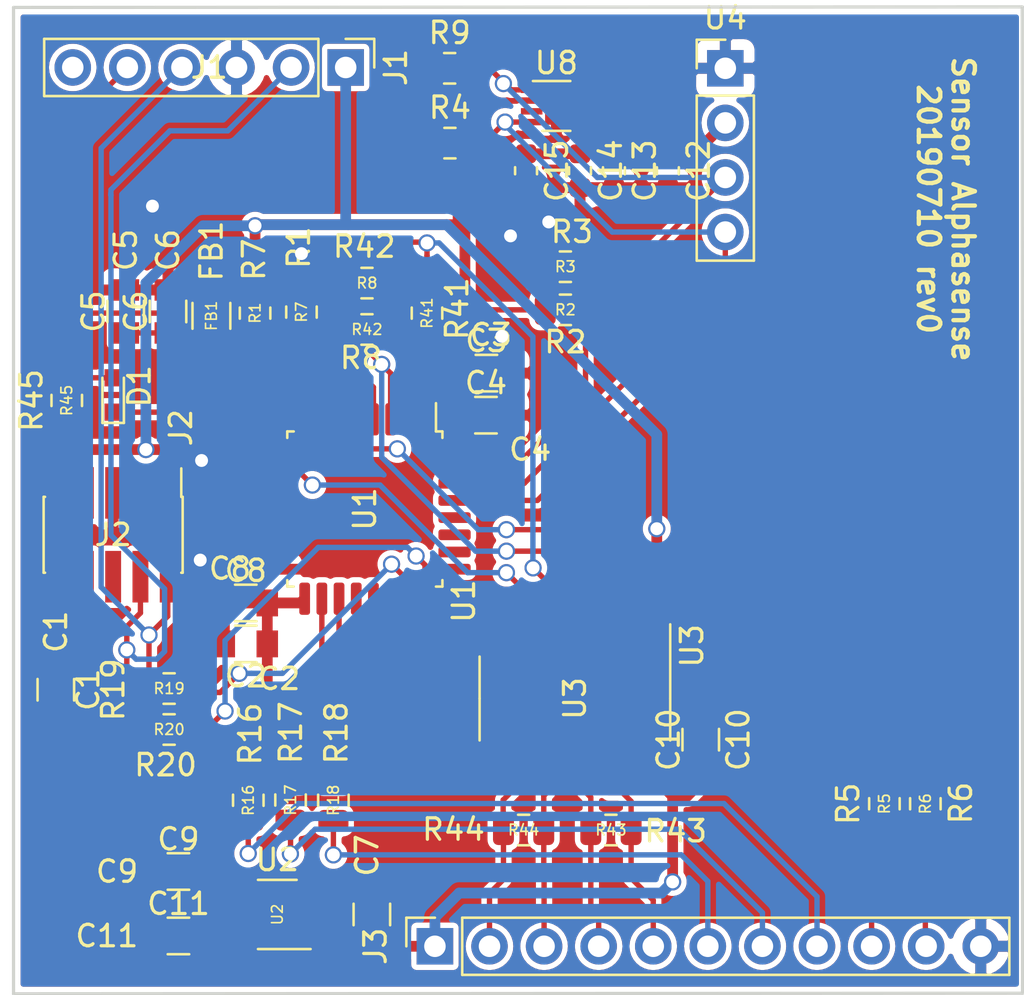
<source format=kicad_pcb>
(kicad_pcb (version 20171130) (host pcbnew "(5.1.2-1)-1")
  (layers (0 F.Cu signal) (31 B.Cu signal) (34 B.Paste user hide) (35 F.Paste user hide) (36 B.SilkS user hide) (37 F.SilkS user) (38 B.Mask user) (39 F.Mask user) (44 Edge.Cuts user))
  (net 0 "")
  (net 1 GND)
  (net 2 +3V3)
  (net 3 "Net-(C5-Pad1)")
  (net 4 +5V)
  (net 5 "Net-(C9-Pad2)")
  (net 6 "Net-(D1-Pad1)")
  (net 7 "Net-(D1-Pad2)")
  (net 8 /SWDIO)
  (net 9 /SWCLK)
  (net 10 /NRST)
  (net 11 /CP0)
  (net 12 /Main_Connection/RS485_Y)
  (net 13 /Main_Connection/RS485_A)
  (net 14 /Adr1)
  (net 15 /CP1)
  (net 16 /Main_Connection/RS485_Z)
  (net 17 /Main_Connection/RS485_B)
  (net 18 /Adr0)
  (net 19 /Adr2)
  (net 20 "Net-(R2-Pad2)")
  (net 21 "Net-(R5-Pad1)")
  (net 22 "Net-(R6-Pad1)")
  (net 23 "Net-(R16-Pad2)")
  (net 24 "Net-(R17-Pad2)")
  (net 25 "Net-(R18-Pad2)")
  (net 26 "Net-(R19-Pad2)")
  (net 27 "Net-(R20-Pad2)")
  (net 28 "Net-(R41-Pad2)")
  (net 29 /LPUART1_DE)
  (net 30 /LPUART1_RE)
  (net 31 /LPUART1_RX)
  (net 32 /LPUART1_TX)
  (net 33 /I2C_SCL)
  (net 34 /I2C_SDA)
  (module Connector_PinHeader_2.54mm:PinHeader_1x06_P2.54mm_Vertical (layer F.Cu) (at 102.7684 76.454 270)
    (fp_text reference J1 (at 0 -2.33 90) (layer F.SilkS))
    (fp_text value Conn_01x06_Male)
    (fp_text user %R (at 0 6.35) (layer F.SilkS))
    (pad 6 thru_hole oval (at 0 12.7 270) (size 1.7 1.7) (drill 1) (layers *.Cu *.Mask))
    (pad 5 thru_hole oval (at 0 10.16 270) (size 1.7 1.7) (drill 1) (layers *.Cu *.Mask) (net 10 /NRST))
    (pad 4 thru_hole oval (at 0 7.62 270) (size 1.7 1.7) (drill 1) (layers *.Cu *.Mask) (net 8 /SWDIO))
    (pad 3 thru_hole oval (at 0 5.08 270) (size 1.7 1.7) (drill 1) (layers *.Cu *.Mask) (net 1 GND))
    (pad 2 thru_hole oval (at 0 2.54 270) (size 1.7 1.7) (drill 1) (layers *.Cu *.Mask) (net 9 /SWCLK))
    (pad 1 thru_hole rect (at 0 0 270) (size 1.7 1.7) (drill 1) (layers *.Cu *.Mask) (net 2 +3V3))
  )
  (module Connector_PinHeader_1.27mm:PinHeader_2x05_P1.27mm_Vertical_SMD (layer F.Cu) (at 91.948 98.2 270)
    (fp_text reference J2 (at -4.982 -3.1496 90) (layer F.SilkS))
    (fp_text value Conn_ARM_JTAG_SWD_10)
    (fp_text user %R (at 0 0 180) (layer F.SilkS))
    (pad 10 smd rect (at 1.95 2.54 270) (size 2.4 0.74) (layers F.Cu F.Paste F.Mask) (net 10 /NRST))
    (pad 9 smd rect (at -1.95 2.54 270) (size 2.4 0.74) (layers F.Cu F.Paste F.Mask) (net 1 GND))
    (pad 8 smd rect (at 1.95 1.27 270) (size 2.4 0.74) (layers F.Cu F.Paste F.Mask))
    (pad 7 smd rect (at -1.95 1.27 270) (size 2.4 0.74) (layers F.Cu F.Paste F.Mask))
    (pad 6 smd rect (at 1.95 0 270) (size 2.4 0.74) (layers F.Cu F.Paste F.Mask))
    (pad 5 smd rect (at -1.95 0 270) (size 2.4 0.74) (layers F.Cu F.Paste F.Mask) (net 1 GND))
    (pad 4 smd rect (at 1.95 -1.27 270) (size 2.4 0.74) (layers F.Cu F.Paste F.Mask) (net 9 /SWCLK))
    (pad 3 smd rect (at -1.95 -1.27 270) (size 2.4 0.74) (layers F.Cu F.Paste F.Mask) (net 1 GND))
    (pad 2 smd rect (at 1.95 -2.54 270) (size 2.4 0.74) (layers F.Cu F.Paste F.Mask) (net 8 /SWDIO))
    (pad 1 smd rect (at -1.95 -2.54 270) (size 2.4 0.74) (layers F.Cu F.Paste F.Mask) (net 2 +3V3))
  )
  (module Resistor_SMD:R_0805_2012Metric (layer F.Cu) (at 89.789 91.948 90)
    (fp_text reference R45 (at 0 -1.65 90) (layer F.SilkS))
    (fp_text value 480R)
    (fp_text user %R (at 0 0 90) (layer F.SilkS) (effects (font (size 0.5 0.5) (thickness 0.08))))
    (pad 2 smd roundrect (at 0.9375 0 90) (size 0.975 1.4) (layers F.Cu F.Paste F.Mask) (net 7 "Net-(D1-Pad2)"))
    (pad 1 smd roundrect (at -0.9375 0 90) (size 0.975 1.4) (layers F.Cu F.Paste F.Mask) (net 2 +3V3))
  )
  (module Resistor_SMD:R_0805_2012Metric (layer F.Cu) (at 111.0488 111.9378)
    (fp_text reference R44 (at -3.2639 -0.0254) (layer F.SilkS))
    (fp_text value 120R)
    (fp_text user %R (at 0 0) (layer F.SilkS) (effects (font (size 0.5 0.5) (thickness 0.08))))
    (pad 2 smd roundrect (at 0.9375 0) (size 0.975 1.4) (layers F.Cu F.Paste F.Mask) (net 17 /Main_Connection/RS485_B))
    (pad 1 smd roundrect (at -0.9375 0) (size 0.975 1.4) (layers F.Cu F.Paste F.Mask) (net 13 /Main_Connection/RS485_A))
  )
  (module Resistor_SMD:R_0805_2012Metric (layer F.Cu) (at 115.1128 111.9378 180)
    (fp_text reference R43 (at -3.0099 -0.0508) (layer F.SilkS))
    (fp_text value 120R)
    (fp_text user %R (at 0 0) (layer F.SilkS) (effects (font (size 0.5 0.5) (thickness 0.08))))
    (pad 2 smd roundrect (at 0.9375 0 180) (size 0.975 1.4) (layers F.Cu F.Paste F.Mask) (net 16 /Main_Connection/RS485_Z))
    (pad 1 smd roundrect (at -0.9375 0 180) (size 0.975 1.4) (layers F.Cu F.Paste F.Mask) (net 12 /Main_Connection/RS485_Y))
  )
  (module Resistor_SMD:R_0805_2012Metric (layer F.Cu) (at 103.759 88.646)
    (fp_text reference R42 (at -0.127 -3.8608) (layer F.SilkS))
    (fp_text value DNP)
    (fp_text user %R (at 0 0) (layer F.SilkS) (effects (font (size 0.5 0.5) (thickness 0.08))))
    (pad 2 smd roundrect (at 0.9375 0) (size 0.975 1.4) (layers F.Cu F.Paste F.Mask) (net 28 "Net-(R41-Pad2)"))
    (pad 1 smd roundrect (at -0.9375 0) (size 0.975 1.4) (layers F.Cu F.Paste F.Mask) (net 29 /LPUART1_DE))
  )
  (module Resistor_SMD:R_0805_2012Metric (layer F.Cu) (at 106.553 87.884 90)
    (fp_text reference R41 (at 0.2032 1.397 90) (layer F.SilkS))
    (fp_text value DNP)
    (fp_text user %R (at 0 0 90) (layer F.SilkS) (effects (font (size 0.5 0.5) (thickness 0.08))))
    (pad 2 smd roundrect (at 0.9375 0 90) (size 0.975 1.4) (layers F.Cu F.Paste F.Mask) (net 28 "Net-(R41-Pad2)"))
    (pad 1 smd roundrect (at -0.9375 0 90) (size 0.975 1.4) (layers F.Cu F.Paste F.Mask) (net 30 /LPUART1_RE))
  )
  (module Resistor_SMD:R_0805_2012Metric (layer F.Cu) (at 94.55325 107.2595)
    (fp_text reference R20 (at -0.16685 1.6557) (layer F.SilkS))
    (fp_text value 22R)
    (fp_text user %R (at 0 0) (layer F.SilkS) (effects (font (size 0.5 0.5) (thickness 0.08))))
    (pad 2 smd roundrect (at 0.9375 0) (size 0.975 1.4) (layers F.Cu F.Paste F.Mask) (net 27 "Net-(R20-Pad2)"))
    (pad 1 smd roundrect (at -0.9375 0) (size 0.975 1.4) (layers F.Cu F.Paste F.Mask) (net 9 /SWCLK))
  )
  (module Resistor_SMD:R_0805_2012Metric (layer F.Cu) (at 94.55325 105.3545)
    (fp_text reference R19 (at -2.60525 0.0555 90) (layer F.SilkS))
    (fp_text value 22R)
    (fp_text user %R (at 0 0) (layer F.SilkS) (effects (font (size 0.5 0.5) (thickness 0.08))))
    (pad 2 smd roundrect (at 0.9375 0) (size 0.975 1.4) (layers F.Cu F.Paste F.Mask) (net 26 "Net-(R19-Pad2)"))
    (pad 1 smd roundrect (at -0.9375 0) (size 0.975 1.4) (layers F.Cu F.Paste F.Mask) (net 8 /SWDIO))
  )
  (module Resistor_SMD:R_0805_2012Metric (layer F.Cu) (at 102.1969 110.5535 90)
    (fp_text reference R18 (at 3.13575 0.1371 90) (layer F.SilkS))
    (fp_text value 100R)
    (fp_text user %R (at 0 0 90) (layer F.SilkS) (effects (font (size 0.5 0.5) (thickness 0.08))))
    (pad 2 smd roundrect (at 0.9375 0 90) (size 0.975 1.4) (layers F.Cu F.Paste F.Mask) (net 25 "Net-(R18-Pad2)"))
    (pad 1 smd roundrect (at -0.9375 0 90) (size 0.975 1.4) (layers F.Cu F.Paste F.Mask) (net 19 /Adr2))
  )
  (module Resistor_SMD:R_0805_2012Metric (layer F.Cu) (at 100.203 110.5408 90)
    (fp_text reference R17 (at 3.13575 0.0101 90) (layer F.SilkS))
    (fp_text value 100R)
    (fp_text user %R (at 0 0 90) (layer F.SilkS) (effects (font (size 0.5 0.5) (thickness 0.08))))
    (pad 2 smd roundrect (at 0.9375 0 90) (size 0.975 1.4) (layers F.Cu F.Paste F.Mask) (net 24 "Net-(R17-Pad2)"))
    (pad 1 smd roundrect (at -0.9375 0 90) (size 0.975 1.4) (layers F.Cu F.Paste F.Mask) (net 14 /Adr1))
  )
  (module Resistor_SMD:R_0805_2012Metric (layer F.Cu) (at 98.2371 110.55235 90)
    (fp_text reference R16 (at 3.08495 0.0863 90) (layer F.SilkS))
    (fp_text value 100R)
    (fp_text user %R (at 0 0 90) (layer F.SilkS) (effects (font (size 0.5 0.5) (thickness 0.08))))
    (pad 2 smd roundrect (at 0.9375 0 90) (size 0.975 1.4) (layers F.Cu F.Paste F.Mask) (net 23 "Net-(R16-Pad2)"))
    (pad 1 smd roundrect (at -0.9375 0 90) (size 0.975 1.4) (layers F.Cu F.Paste F.Mask) (net 18 /Adr0))
  )
  (module Resistor_SMD:R_0805_2012Metric (layer F.Cu) (at 103.759 86.487 180)
    (fp_text reference R8 (at 0.2794 -3.4798) (layer F.SilkS))
    (fp_text value 10k)
    (fp_text user %R (at 0 0) (layer F.SilkS) (effects (font (size 0.5 0.5) (thickness 0.08))))
    (pad 2 smd roundrect (at 0.9375 0 180) (size 0.975 1.4) (layers F.Cu F.Paste F.Mask) (net 1 GND))
    (pad 1 smd roundrect (at -0.9375 0 180) (size 0.975 1.4) (layers F.Cu F.Paste F.Mask) (net 28 "Net-(R41-Pad2)"))
  )
  (module Resistor_SMD:R_0805_2012Metric (layer F.Cu) (at 100.711 87.8355 90)
    (fp_text reference R7 (at 2.4407 -2.2098 90) (layer F.SilkS))
    (fp_text value 10k)
    (fp_text user %R (at 0 0 90) (layer F.SilkS) (effects (font (size 0.5 0.5) (thickness 0.08))))
    (pad 2 smd roundrect (at 0.9375 0 90) (size 0.975 1.4) (layers F.Cu F.Paste F.Mask) (net 1 GND))
    (pad 1 smd roundrect (at -0.9375 0 90) (size 0.975 1.4) (layers F.Cu F.Paste F.Mask) (net 29 /LPUART1_DE))
  )
  (module Resistor_SMD:R_0805_2012Metric (layer F.Cu) (at 129.7428 110.71505 270)
    (fp_text reference R6 (at -0.03455 -1.65 90) (layer F.SilkS))
    (fp_text value 22R)
    (fp_text user %R (at 0 0 90) (layer F.SilkS) (effects (font (size 0.5 0.5) (thickness 0.08))))
    (pad 2 smd roundrect (at 0.9375 0 270) (size 0.975 1.4) (layers F.Cu F.Paste F.Mask) (net 15 /CP1))
    (pad 1 smd roundrect (at -0.9375 0 270) (size 0.975 1.4) (layers F.Cu F.Paste F.Mask) (net 22 "Net-(R6-Pad1)"))
  )
  (module Resistor_SMD:R_0805_2012Metric (layer F.Cu) (at 127.8378 110.71505 270)
    (fp_text reference R5 (at 0 1.6887 90) (layer F.SilkS))
    (fp_text value 22R)
    (fp_text user %R (at 0 0 90) (layer F.SilkS) (effects (font (size 0.5 0.5) (thickness 0.08))))
    (pad 2 smd roundrect (at 0.9375 0 270) (size 0.975 1.4) (layers F.Cu F.Paste F.Mask) (net 11 /CP0))
    (pad 1 smd roundrect (at -0.9375 0 270) (size 0.975 1.4) (layers F.Cu F.Paste F.Mask) (net 21 "Net-(R5-Pad1)"))
  )
  (module Resistor_SMD:R_0805_2012Metric (layer F.Cu) (at 112.9919 85.725 180)
    (fp_text reference R3 (at -0.3048 1.6256) (layer F.SilkS))
    (fp_text value 10k)
    (fp_text user %R (at 0 0) (layer F.SilkS) (effects (font (size 0.5 0.5) (thickness 0.08))))
    (pad 2 smd roundrect (at 0.9375 0 180) (size 0.975 1.4) (layers F.Cu F.Paste F.Mask) (net 1 GND))
    (pad 1 smd roundrect (at -0.9375 0 180) (size 0.975 1.4) (layers F.Cu F.Paste F.Mask) (net 20 "Net-(R2-Pad2)"))
  )
  (module Resistor_SMD:R_0805_2012Metric (layer F.Cu) (at 112.9919 87.7316)
    (fp_text reference R2 (at 0 1.4986) (layer F.SilkS))
    (fp_text value DNP)
    (fp_text user %R (at 0 0) (layer F.SilkS) (effects (font (size 0.5 0.5) (thickness 0.08))))
    (pad 2 smd roundrect (at 0.9375 0) (size 0.975 1.4) (layers F.Cu F.Paste F.Mask) (net 20 "Net-(R2-Pad2)"))
    (pad 1 smd roundrect (at -0.9375 0) (size 0.975 1.4) (layers F.Cu F.Paste F.Mask) (net 2 +3V3))
  )
  (module Resistor_SMD:R_0805_2012Metric (layer F.Cu) (at 98.552 87.884 270)
    (fp_text reference R1 (at -3.048 -2.032 90) (layer F.SilkS))
    (fp_text value DNP)
    (fp_text user %R (at 0 0 90) (layer F.SilkS) (effects (font (size 0.5 0.5) (thickness 0.08))))
    (pad 2 smd roundrect (at 0.9375 0 270) (size 0.975 1.4) (layers F.Cu F.Paste F.Mask) (net 10 /NRST))
    (pad 1 smd roundrect (at -0.9375 0 270) (size 0.975 1.4) (layers F.Cu F.Paste F.Mask) (net 2 +3V3))
  )
  (module Package_QFP:LQFP-32_7x7mm_P0.8mm (layer F.Cu) (at 103.66 97 270)
    (fp_text reference U1 (at 4.28625 -4.60375 270) (layer F.SilkS))
    (fp_text value STM32L021K8T6)
    (fp_text user %R (at 0 0 270) (layer F.SilkS))
    (pad 32 smd roundrect (at -2.8 -4.175 270) (size 0.5 1.5) (layers F.Cu F.Paste F.Mask) (net 1 GND))
    (pad 31 smd roundrect (at -2 -4.175 270) (size 0.5 1.5) (layers F.Cu F.Paste F.Mask) (net 20 "Net-(R2-Pad2)"))
    (pad 30 smd roundrect (at -1.2 -4.175 270) (size 0.5 1.5) (layers F.Cu F.Paste F.Mask) (net 34 /I2C_SDA))
    (pad 29 smd roundrect (at -0.4 -4.175 270) (size 0.5 1.5) (layers F.Cu F.Paste F.Mask) (net 33 /I2C_SCL))
    (pad 28 smd roundrect (at 0.4 -4.175 270) (size 0.5 1.5) (layers F.Cu F.Paste F.Mask))
    (pad 27 smd roundrect (at 1.2 -4.175 270) (size 0.5 1.5) (layers F.Cu F.Paste F.Mask))
    (pad 26 smd roundrect (at 2 -4.175 270) (size 0.5 1.5) (layers F.Cu F.Paste F.Mask))
    (pad 25 smd roundrect (at 2.8 -4.175 270) (size 0.5 1.5) (layers F.Cu F.Paste F.Mask))
    (pad 24 smd roundrect (at 4.175 -2.8 270) (size 1.5 0.5) (layers F.Cu F.Paste F.Mask) (net 27 "Net-(R20-Pad2)"))
    (pad 23 smd roundrect (at 4.175 -2 270) (size 1.5 0.5) (layers F.Cu F.Paste F.Mask) (net 26 "Net-(R19-Pad2)"))
    (pad 22 smd roundrect (at 4.175 -1.2 270) (size 1.5 0.5) (layers F.Cu F.Paste F.Mask) (net 22 "Net-(R6-Pad1)"))
    (pad 21 smd roundrect (at 4.175 -0.4 270) (size 1.5 0.5) (layers F.Cu F.Paste F.Mask) (net 21 "Net-(R5-Pad1)"))
    (pad 20 smd roundrect (at 4.175 0.4 270) (size 1.5 0.5) (layers F.Cu F.Paste F.Mask) (net 25 "Net-(R18-Pad2)"))
    (pad 19 smd roundrect (at 4.175 1.2 270) (size 1.5 0.5) (layers F.Cu F.Paste F.Mask) (net 24 "Net-(R17-Pad2)"))
    (pad 18 smd roundrect (at 4.175 2 270) (size 1.5 0.5) (layers F.Cu F.Paste F.Mask) (net 23 "Net-(R16-Pad2)"))
    (pad 17 smd roundrect (at 4.175 2.8 270) (size 1.5 0.5) (layers F.Cu F.Paste F.Mask) (net 2 +3V3))
    (pad 16 smd roundrect (at 2.8 4.175 270) (size 0.5 1.5) (layers F.Cu F.Paste F.Mask) (net 1 GND))
    (pad 15 smd roundrect (at 2 4.175 270) (size 0.5 1.5) (layers F.Cu F.Paste F.Mask))
    (pad 14 smd roundrect (at 1.2 4.175 270) (size 0.5 1.5) (layers F.Cu F.Paste F.Mask))
    (pad 13 smd roundrect (at 0.4 4.175 270) (size 0.5 1.5) (layers F.Cu F.Paste F.Mask))
    (pad 12 smd roundrect (at -0.4 4.175 270) (size 0.5 1.5) (layers F.Cu F.Paste F.Mask))
    (pad 11 smd roundrect (at -1.2 4.175 270) (size 0.5 1.5) (layers F.Cu F.Paste F.Mask))
    (pad 10 smd roundrect (at -2 4.175 270) (size 0.5 1.5) (layers F.Cu F.Paste F.Mask) (net 32 /LPUART1_TX))
    (pad 9 smd roundrect (at -2.8 4.175 270) (size 0.5 1.5) (layers F.Cu F.Paste F.Mask) (net 31 /LPUART1_RX))
    (pad 8 smd roundrect (at -4.175 2.8 270) (size 1.5 0.5) (layers F.Cu F.Paste F.Mask))
    (pad 7 smd roundrect (at -4.175 2 270) (size 1.5 0.5) (layers F.Cu F.Paste F.Mask) (net 6 "Net-(D1-Pad1)"))
    (pad 6 smd roundrect (at -4.175 1.2 270) (size 1.5 0.5) (layers F.Cu F.Paste F.Mask))
    (pad 5 smd roundrect (at -4.175 0.4 270) (size 1.5 0.5) (layers F.Cu F.Paste F.Mask) (net 3 "Net-(C5-Pad1)"))
    (pad 4 smd roundrect (at -4.175 -0.4 270) (size 1.5 0.5) (layers F.Cu F.Paste F.Mask) (net 10 /NRST))
    (pad 3 smd roundrect (at -4.175 -1.2 270) (size 1.5 0.5) (layers F.Cu F.Paste F.Mask) (net 29 /LPUART1_DE))
    (pad 2 smd roundrect (at -4.175 -2 270) (size 1.5 0.5) (layers F.Cu F.Paste F.Mask) (net 30 /LPUART1_RE))
    (pad 1 smd roundrect (at -4.175 -2.8 270) (size 1.5 0.5) (layers F.Cu F.Paste F.Mask) (net 2 +3V3))
  )
  (module Package_TO_SOT_SMD:SOT-23-5_HandSoldering (layer F.Cu) (at 99.5866 115.8673 180)
    (fp_text reference U2 (at 0 2.54) (layer F.SilkS))
    (fp_text value LDK130-33_SOT23_SOT353 hide)
    (fp_text user %R (at 0 0 270) (layer F.SilkS) (effects (font (size 0.5 0.5) (thickness 0.075))))
    (pad 5 smd rect (at 1.35 -0.95 180) (size 1.56 0.65) (layers F.Cu F.Paste F.Mask) (net 2 +3V3))
    (pad 4 smd rect (at 1.35 0.95 180) (size 1.56 0.65) (layers F.Cu F.Paste F.Mask) (net 5 "Net-(C9-Pad2)"))
    (pad 3 smd rect (at -1.35 0.95 180) (size 1.56 0.65) (layers F.Cu F.Paste F.Mask) (net 4 +5V))
    (pad 2 smd rect (at -1.35 0 180) (size 1.56 0.65) (layers F.Cu F.Paste F.Mask) (net 1 GND))
    (pad 1 smd rect (at -1.35 -0.95 180) (size 1.56 0.65) (layers F.Cu F.Paste F.Mask) (net 4 +5V))
  )
  (module Package_SO:SOIC-14_3.9x8.7mm_P1.27mm (layer F.Cu) (at 113.4353 105.81705 270)
    (fp_text reference U3 (at -2.45175 -5.4494 270) (layer F.SilkS))
    (fp_text value MAX13432EESD)
    (fp_text user %R (at 0 0 270) (layer F.SilkS) (effects (font (size 0.98 0.98))))
    (pad 14 smd roundrect (at 2.475 -3.81 270) (size 1.95 0.6) (layers F.Cu F.Paste F.Mask) (net 4 +5V))
    (pad 13 smd roundrect (at 2.475 -2.54 270) (size 1.95 0.6) (layers F.Cu F.Paste F.Mask))
    (pad 12 smd roundrect (at 2.475 -1.27 270) (size 1.95 0.6) (layers F.Cu F.Paste F.Mask) (net 12 /Main_Connection/RS485_Y))
    (pad 11 smd roundrect (at 2.475 0 270) (size 1.95 0.6) (layers F.Cu F.Paste F.Mask) (net 16 /Main_Connection/RS485_Z))
    (pad 10 smd roundrect (at 2.475 1.27 270) (size 1.95 0.6) (layers F.Cu F.Paste F.Mask) (net 17 /Main_Connection/RS485_B))
    (pad 9 smd roundrect (at 2.475 2.54 270) (size 1.95 0.6) (layers F.Cu F.Paste F.Mask) (net 13 /Main_Connection/RS485_A))
    (pad 8 smd roundrect (at 2.475 3.81 270) (size 1.95 0.6) (layers F.Cu F.Paste F.Mask) (net 1 GND))
    (pad 7 smd roundrect (at -2.475 3.81 270) (size 1.95 0.6) (layers F.Cu F.Paste F.Mask))
    (pad 6 smd roundrect (at -2.475 2.54 270) (size 1.95 0.6) (layers F.Cu F.Paste F.Mask) (net 1 GND))
    (pad 5 smd roundrect (at -2.475 1.27 270) (size 1.95 0.6) (layers F.Cu F.Paste F.Mask) (net 32 /LPUART1_TX))
    (pad 4 smd roundrect (at -2.475 0 270) (size 1.95 0.6) (layers F.Cu F.Paste F.Mask) (net 28 "Net-(R41-Pad2)"))
    (pad 3 smd roundrect (at -2.475 -1.27 270) (size 1.95 0.6) (layers F.Cu F.Paste F.Mask) (net 29 /LPUART1_DE))
    (pad 2 smd roundrect (at -2.475 -2.54 270) (size 1.95 0.6) (layers F.Cu F.Paste F.Mask) (net 31 /LPUART1_RX))
    (pad 1 smd roundrect (at -2.475 -3.81 270) (size 1.95 0.6) (layers F.Cu F.Paste F.Mask) (net 2 +3V3))
  )
  (module Capacitors_SMD:C_0805 (layer F.Cu) (at 89.281 105.41 270)
    (fp_text reference C1 (at -2.69875 0 270) (layer F.SilkS))
    (fp_text value 100n)
    (fp_text user %R (at 0 -1.5 270) (layer F.SilkS))
    (pad 2 smd rect (at 1 0 270) (size 1 1.25) (layers F.Cu F.Paste F.Mask) (net 1 GND))
    (pad 1 smd rect (at -1 0 270) (size 1 1.25) (layers F.Cu F.Paste F.Mask) (net 10 /NRST))
  )
  (module Capacitors_SMD:C_0805 (layer F.Cu) (at 98.1202 103.2764 180)
    (fp_text reference C2 (at -1.5494 -1.6256 180) (layer F.SilkS))
    (fp_text value 100n)
    (fp_text user %R (at 0 -1.5) (layer F.SilkS))
    (pad 1 smd rect (at -1 0 180) (size 1 1.25) (layers F.Cu F.Paste F.Mask) (net 2 +3V3))
    (pad 2 smd rect (at 1 0 180) (size 1 1.25) (layers F.Cu F.Paste F.Mask) (net 1 GND))
  )
  (module Capacitors_SMD:C_0805 (layer F.Cu) (at 109.3172 90.6768)
    (fp_text reference C3 (at 0.2076 -1.7768) (layer F.SilkS))
    (fp_text value 100n)
    (fp_text user %R (at 0 -1.5 180) (layer F.SilkS))
    (pad 2 smd rect (at 1 0) (size 1 1.25) (layers F.Cu F.Paste F.Mask) (net 1 GND))
    (pad 1 smd rect (at -1 0) (size 1 1.25) (layers F.Cu F.Paste F.Mask) (net 2 +3V3))
  )
  (module Capacitors_SMD:C_0805 (layer F.Cu) (at 109.2962 92.6338)
    (fp_text reference C4 (at 2.0574 1.6002 180) (layer F.SilkS))
    (fp_text value 1u)
    (fp_text user %R (at 0 -1.5 180) (layer F.SilkS))
    (pad 2 smd rect (at 1 0) (size 1 1.25) (layers F.Cu F.Paste F.Mask) (net 1 GND))
    (pad 1 smd rect (at -1 0) (size 1 1.25) (layers F.Cu F.Paste F.Mask) (net 2 +3V3))
  )
  (module Capacitors_SMD:C_0805 (layer F.Cu) (at 92.5322 87.8078 90)
    (fp_text reference C5 (at 2.8575 0 90) (layer F.SilkS))
    (fp_text value 100n)
    (fp_text user %R (at 0 -1.5 90) (layer F.SilkS))
    (pad 2 smd rect (at 1 0 90) (size 1 1.25) (layers F.Cu F.Paste F.Mask) (net 1 GND))
    (pad 1 smd rect (at -1 0 90) (size 1 1.25) (layers F.Cu F.Paste F.Mask) (net 3 "Net-(C5-Pad1)"))
  )
  (module Capacitors_SMD:C_0805 (layer F.Cu) (at 94.5007 87.8078 90)
    (fp_text reference C6 (at 2.8575 0 90) (layer F.SilkS))
    (fp_text value 1u)
    (fp_text user %R (at 0 -1.5 90) (layer F.SilkS))
    (pad 1 smd rect (at -1 0 90) (size 1 1.25) (layers F.Cu F.Paste F.Mask) (net 3 "Net-(C5-Pad1)"))
    (pad 2 smd rect (at 1 0 90) (size 1 1.25) (layers F.Cu F.Paste F.Mask) (net 1 GND))
  )
  (module Capacitors_SMD:C_0805 (layer F.Cu) (at 103.9866 115.8673 270)
    (fp_text reference C7 (at -2.7484 0.2276 90) (layer F.SilkS))
    (fp_text value 1u)
    (fp_text user %R (at -2.7484 0.2149 90) (layer F.SilkS))
    (pad 1 smd rect (at -1 0 270) (size 1 1.25) (layers F.Cu F.Paste F.Mask) (net 1 GND))
    (pad 2 smd rect (at 1 0 270) (size 1 1.25) (layers F.Cu F.Paste F.Mask) (net 4 +5V))
  )
  (module Capacitors_SMD:C_0805 (layer F.Cu) (at 98.1202 101.3714)
    (fp_text reference C8 (at -0.7366 -1.6002 180) (layer F.SilkS))
    (fp_text value 100n)
    (fp_text user %R (at 0 -1.5 180) (layer F.SilkS))
    (pad 2 smd rect (at 1 0) (size 1 1.25) (layers F.Cu F.Paste F.Mask) (net 2 +3V3))
    (pad 1 smd rect (at -1 0) (size 1 1.25) (layers F.Cu F.Paste F.Mask) (net 1 GND))
  )
  (module Capacitors_SMD:C_0805 (layer F.Cu) (at 94.9866 113.8673)
    (fp_text reference C9 (at -2.8575 0 180) (layer F.SilkS))
    (fp_text value 10n)
    (fp_text user %R (at 0 -1.5 180) (layer F.SilkS))
    (pad 2 smd rect (at 1 0) (size 1 1.25) (layers F.Cu F.Paste F.Mask) (net 5 "Net-(C9-Pad2)"))
    (pad 1 smd rect (at -1 0) (size 1 1.25) (layers F.Cu F.Paste F.Mask) (net 1 GND))
  )
  (module Capacitors_SMD:C_0805 (layer F.Cu) (at 119.2903 107.7333 90)
    (fp_text reference C10 (at 0 1.74625 90) (layer F.SilkS))
    (fp_text value 100n)
    (fp_text user %R (at 0 -1.5 90) (layer F.SilkS))
    (pad 1 smd rect (at -1 0 90) (size 1 1.25) (layers F.Cu F.Paste F.Mask) (net 4 +5V))
    (pad 2 smd rect (at 1 0 90) (size 1 1.25) (layers F.Cu F.Paste F.Mask) (net 1 GND))
  )
  (module Capacitors_SMD:C_0805 (layer F.Cu) (at 94.9866 116.8673)
    (fp_text reference C11 (at -3.33375 0 180) (layer F.SilkS))
    (fp_text value 1u)
    (fp_text user %R (at 0 -1.5 180) (layer F.SilkS))
    (pad 1 smd rect (at -1 0) (size 1 1.25) (layers F.Cu F.Paste F.Mask) (net 1 GND))
    (pad 2 smd rect (at 1 0) (size 1 1.25) (layers F.Cu F.Paste F.Mask) (net 2 +3V3))
  )
  (module Inductors_SMD:L_0805 (layer F.Cu) (at 96.52 88.011 270)
    (fp_text reference FB1 (at -3.01625 0 90) (layer F.SilkS))
    (fp_text value Ferrite_Bead)
    (fp_text user %R (at 0 0 270) (layer F.SilkS) (effects (font (size 0.5 0.5) (thickness 0.075))))
    (pad 2 smd rect (at 0.95 0 270) (size 0.7 1.3) (layers F.Cu F.Paste F.Mask) (net 3 "Net-(C5-Pad1)"))
    (pad 1 smd rect (at -0.95 0 270) (size 0.7 1.3) (layers F.Cu F.Paste F.Mask) (net 2 +3V3))
  )
  (module LEDs:LED_0603 (layer F.Cu) (at 91.948 91.694 90)
    (fp_text reference D1 (at 0.4064 1.2192 90) (layer F.SilkS))
    (fp_text value LED)
    (pad 1 smd rect (at -0.8 0 270) (size 0.8 0.8) (layers F.Cu F.Paste F.Mask) (net 6 "Net-(D1-Pad1)"))
    (pad 2 smd rect (at 0.8 0 270) (size 0.8 0.8) (layers F.Cu F.Paste F.Mask) (net 7 "Net-(D1-Pad2)"))
  )
  (module Package_DFN_QFN:DFN-8-1EP_2x2mm_P0.5mm_EP1.05x1.75mm (layer F.Cu) (at 112.5728 78.2447)
    (fp_text reference U8 (at 0 -2) (layer F.SilkS))
    (fp_text value Mutterplatine-rescue_SHT31-Sensor)
    (pad 1 smd rect (at -1.15 -0.75) (size 1 0.3) (layers F.Cu F.Paste F.Mask) (net 34 /I2C_SDA))
    (pad 2 smd rect (at -1.15 -0.25) (size 1 0.3) (layers F.Cu F.Paste F.Mask) (net 1 GND))
    (pad 3 smd rect (at -1.15 0.25) (size 1 0.3) (layers F.Cu F.Paste F.Mask))
    (pad 4 smd rect (at -1.15 0.75) (size 1 0.3) (layers F.Cu F.Paste F.Mask) (net 33 /I2C_SCL))
    (pad 5 smd rect (at 1.15 0.75) (size 1 0.3) (layers F.Cu F.Paste F.Mask) (net 2 +3V3))
    (pad 6 smd rect (at 1.15 0.25) (size 1 0.3) (layers F.Cu F.Paste F.Mask))
    (pad 7 smd rect (at 1.15 -0.25) (size 1 0.3) (layers F.Cu F.Paste F.Mask) (net 1 GND))
    (pad 8 smd rect (at 1.15 -0.75) (size 1 0.3) (layers F.Cu F.Paste F.Mask) (net 1 GND))
    (pad 9 smd rect (at 0 0) (size 1.05 1.75) (layers F.Cu F.Mask) (net 1 GND))
  )
  (module Connector_PinSocket_2.54mm:PinSocket_1x11_P2.54mm_Vertical (layer F.Cu) (at 106.9213 117.348 90)
    (fp_text reference J3 (at 0 -2.77 90) (layer F.SilkS))
    (fp_text value Conn_01x11_Male)
    (pad 1 thru_hole rect (at 0 0 90) (size 1.7 1.7) (drill 1) (layers *.Cu *.Mask) (net 4 +5V))
    (pad 2 thru_hole oval (at 0 2.54 90) (size 1.7 1.7) (drill 1) (layers *.Cu *.Mask) (net 13 /Main_Connection/RS485_A))
    (pad 3 thru_hole oval (at 0 5.08 90) (size 1.7 1.7) (drill 1) (layers *.Cu *.Mask) (net 17 /Main_Connection/RS485_B))
    (pad 4 thru_hole oval (at 0 7.62 90) (size 1.7 1.7) (drill 1) (layers *.Cu *.Mask) (net 16 /Main_Connection/RS485_Z))
    (pad 5 thru_hole oval (at 0 10.16 90) (size 1.7 1.7) (drill 1) (layers *.Cu *.Mask) (net 12 /Main_Connection/RS485_Y))
    (pad 6 thru_hole oval (at 0 12.7 90) (size 1.7 1.7) (drill 1) (layers *.Cu *.Mask) (net 19 /Adr2))
    (pad 7 thru_hole oval (at 0 15.24 90) (size 1.7 1.7) (drill 1) (layers *.Cu *.Mask) (net 14 /Adr1))
    (pad 8 thru_hole oval (at 0 17.78 90) (size 1.7 1.7) (drill 1) (layers *.Cu *.Mask) (net 18 /Adr0))
    (pad 9 thru_hole oval (at 0 20.32 90) (size 1.7 1.7) (drill 1) (layers *.Cu *.Mask) (net 11 /CP0))
    (pad 10 thru_hole oval (at 0 22.86 90) (size 1.7 1.7) (drill 1) (layers *.Cu *.Mask) (net 15 /CP1))
    (pad 11 thru_hole oval (at 0 25.4 90) (size 1.7 1.7) (drill 1) (layers *.Cu *.Mask) (net 1 GND))
  )
  (module Resistor_SMD:R_0805_2012Metric (layer F.Cu) (at 107.6198 79.9742)
    (fp_text reference R4 (at 0 -1.65) (layer F.SilkS))
    (fp_text value 10kR)
    (pad 1 smd roundrect (at -0.9375 0) (size 0.975 1.4) (layers F.Cu F.Paste F.Mask) (net 2 +3V3))
    (pad 2 smd roundrect (at 0.9375 0) (size 0.975 1.4) (layers F.Cu F.Paste F.Mask) (net 33 /I2C_SCL))
  )
  (module Resistor_SMD:R_0805_2012Metric (layer F.Cu) (at 107.6071 76.4921)
    (fp_text reference R9 (at 0 -1.65) (layer F.SilkS))
    (fp_text value 10kR)
    (pad 2 smd roundrect (at 0.9375 0) (size 0.975 1.4) (layers F.Cu F.Paste F.Mask) (net 34 /I2C_SDA))
    (pad 1 smd roundrect (at -0.9375 0) (size 0.975 1.4) (layers F.Cu F.Paste F.Mask) (net 2 +3V3))
  )
  (module Connector_PinHeader_2.54mm:PinHeader_1x04_P2.54mm_Vertical (layer F.Cu) (at 120.4341 76.4921)
    (fp_text reference U4 (at 0 -2.33) (layer F.SilkS))
    (fp_text value HSCSRNN1.6BA2A3)
    (pad 1 thru_hole rect (at 0 0) (size 1.7 1.7) (drill 1) (layers *.Cu *.Mask) (net 1 GND))
    (pad 2 thru_hole oval (at 0 2.54) (size 1.7 1.7) (drill 1) (layers *.Cu *.Mask) (net 2 +3V3))
    (pad 3 thru_hole oval (at 0 5.08) (size 1.7 1.7) (drill 1) (layers *.Cu *.Mask) (net 34 /I2C_SDA))
    (pad 4 thru_hole oval (at 0 7.62) (size 1.7 1.7) (drill 1) (layers *.Cu *.Mask) (net 33 /I2C_SCL))
  )
  (module Capacitor_SMD:C_0603_1608Metric (layer F.Cu) (at 117.761399 81.261001 270)
    (fp_text reference C12 (at 0 -1.43 90) (layer F.SilkS))
    (fp_text value 100n)
    (pad 1 smd roundrect (at -0.7875 0 270) (size 0.875 0.95) (layers F.Cu F.Paste F.Mask) (net 2 +3V3))
    (pad 2 smd roundrect (at 0.7875 0 270) (size 0.875 0.95) (layers F.Cu F.Paste F.Mask) (net 1 GND))
  )
  (module Capacitor_SMD:C_0603_1608Metric (layer F.Cu) (at 115.251399 81.261001 270)
    (fp_text reference C13 (at 0 -1.43 90) (layer F.SilkS))
    (fp_text value 1u)
    (pad 2 smd roundrect (at 0.7875 0 270) (size 0.875 0.95) (layers F.Cu F.Paste F.Mask) (net 1 GND))
    (pad 1 smd roundrect (at -0.7875 0 270) (size 0.875 0.95) (layers F.Cu F.Paste F.Mask) (net 2 +3V3))
  )
  (module Capacitor_SMD:C_0603_1608Metric (layer F.Cu) (at 113.671999 81.257801 270)
    (fp_text reference C14 (at 0 -1.43 90) (layer F.SilkS))
    (fp_text value 100n)
    (pad 2 smd roundrect (at 0.7875 0 270) (size 0.875 0.95) (layers F.Cu F.Paste F.Mask) (net 1 GND))
    (pad 1 smd roundrect (at -0.7875 0 270) (size 0.875 0.95) (layers F.Cu F.Paste F.Mask) (net 2 +3V3))
  )
  (module Capacitor_SMD:C_0603_1608Metric (layer F.Cu) (at 111.161999 81.257801 270)
    (fp_text reference C15 (at 0 -1.43 90) (layer F.SilkS))
    (fp_text value 1u)
    (pad 1 smd roundrect (at -0.7875 0 270) (size 0.875 0.95) (layers F.Cu F.Paste F.Mask) (net 2 +3V3))
    (pad 2 smd roundrect (at 0.7875 0 270) (size 0.875 0.95) (layers F.Cu F.Paste F.Mask) (net 1 GND))
  )
  (gr_line (start 134.2644 119.5324) (end 87.3125 119.5578) (layer Edge.Cuts) (width 0.15))
  (gr_text "Sensor Alphasense\n20190710 rev0" (at 130.6957 83.0453 270) (layer F.SilkS) (effects (font (size 1 1) (thickness 0.2))))
  (gr_line (start 87.3125 119.5578) (end 87.3125 73.66) (layer Edge.Cuts) (width 0.15))
  (gr_line (start 134.2517 73.6346) (end 134.2644 119.5324) (layer Edge.Cuts) (width 0.15))
  (gr_line (start 87.3125 73.66) (end 134.2517 73.6346) (layer Edge.Cuts) (width 0.15))
  (via (at 110.4392 84.2899) (size 0.8) (drill 0.6) (layers F.Cu B.Cu) (net 1))
  (via (at 110.0328 88.9635) (size 0.8) (drill 0.6) (layers F.Cu B.Cu) (net 1))
  (via (at 112.2172 83.6422) (size 0.8) (drill 0.6) (layers F.Cu B.Cu) (net 1))
  (segment (start 92.5322 86.8078) (end 94.5007 86.8078) (width 0.25) (layer F.Cu) (net 1))
  (segment (start 102.4105 86.898) (end 102.8215 86.487) (width 0.25) (layer F.Cu) (net 1))
  (segment (start 100.711 86.898) (end 102.4105 86.898) (width 0.25) (layer F.Cu) (net 1))
  (segment (start 100.711 86.898) (end 100.711 85.1154) (width 0.25) (layer F.Cu) (net 1))
  (via (at 100.711 85.1154) (size 0.8) (drill 0.6) (layers F.Cu B.Cu) (net 1))
  (segment (start 89.408 97.768592) (end 89.8652 98.225792) (width 0.25) (layer F.Cu) (net 1))
  (segment (start 89.408 96.25) (end 89.408 97.768592) (width 0.25) (layer F.Cu) (net 1))
  (segment (start 89.8652 98.225792) (end 91.512208 98.225792) (width 0.25) (layer F.Cu) (net 1))
  (segment (start 91.948 97.79) (end 91.948 96.25) (width 0.25) (layer F.Cu) (net 1))
  (segment (start 91.948 96.25) (end 93.218 96.25) (width 0.25) (layer F.Cu) (net 1))
  (segment (start 110.2962 90.6978) (end 110.3172 90.6768) (width 0.25) (layer F.Cu) (net 1))
  (segment (start 110.2962 92.6338) (end 110.2962 90.6978) (width 0.25) (layer F.Cu) (net 1))
  (segment (start 97.1202 103.2764) (end 97.1202 101.3714) (width 0.25) (layer F.Cu) (net 1))
  (segment (start 97.1202 100.4964) (end 96.0003 99.3765) (width 0.25) (layer F.Cu) (net 1))
  (segment (start 97.1202 101.3714) (end 97.1202 100.4964) (width 0.25) (layer F.Cu) (net 1))
  (via (at 96.0003 99.3765) (size 0.8) (drill 0.6) (layers F.Cu B.Cu) (net 1))
  (segment (start 110.2962 93.7674) (end 110.2962 92.6338) (width 0.25) (layer F.Cu) (net 1))
  (segment (start 109.8636 94.2) (end 110.2962 93.7674) (width 0.25) (layer F.Cu) (net 1))
  (segment (start 107.835 94.2) (end 109.8636 94.2) (width 0.25) (layer F.Cu) (net 1))
  (via (at 96.0628 94.742) (size 0.8) (drill 0.6) (layers F.Cu B.Cu) (net 1))
  (segment (start 94.871 98.2472) (end 92.4052 98.2472) (width 0.25) (layer F.Cu) (net 1))
  (segment (start 96.0003 99.3765) (end 94.871 98.2472) (width 0.25) (layer F.Cu) (net 1))
  (segment (start 91.948 97.79) (end 91.512208 98.225792) (width 0.25) (layer F.Cu) (net 1))
  (segment (start 91.948 97.79) (end 92.4052 98.2472) (width 0.25) (layer F.Cu) (net 1))
  (segment (start 97.8916 99.0566) (end 97.8916 96.5708) (width 0.25) (layer F.Cu) (net 1))
  (segment (start 98.635 99.8) (end 97.8916 99.0566) (width 0.25) (layer F.Cu) (net 1))
  (segment (start 99.485 99.8) (end 98.635 99.8) (width 0.25) (layer F.Cu) (net 1))
  (segment (start 97.8916 96.5708) (end 96.0628 94.742) (width 0.25) (layer F.Cu) (net 1))
  (segment (start 100.8092 99.8) (end 106.4092 94.2) (width 0.25) (layer F.Cu) (net 1))
  (segment (start 106.4092 94.2) (end 107.835 94.2) (width 0.25) (layer F.Cu) (net 1))
  (segment (start 99.485 99.8) (end 100.8092 99.8) (width 0.25) (layer F.Cu) (net 1))
  (segment (start 92.5322 84.1502) (end 93.7768 82.9056) (width 0.25) (layer F.Cu) (net 1))
  (via (at 93.7768 82.9056) (size 0.8) (drill 0.6) (layers F.Cu B.Cu) (net 1))
  (segment (start 92.5322 86.8078) (end 92.5322 84.1502) (width 0.25) (layer F.Cu) (net 1))
  (segment (start 92.5322 84.1502) (end 93.7768 82.9056) (width 0.25) (layer B.Cu) (net 1))
  (segment (start 92.5322 95.9084) (end 92.5322 84.1502) (width 0.25) (layer B.Cu) (net 1))
  (segment (start 95.662801 95.141999) (end 93.7143 97.0905) (width 0.25) (layer B.Cu) (net 1))
  (segment (start 96.0628 94.742) (end 95.662801 95.141999) (width 0.25) (layer B.Cu) (net 1))
  (segment (start 93.7143 97.0905) (end 92.5322 95.9084) (width 0.25) (layer B.Cu) (net 1))
  (segment (start 96.0003 99.3765) (end 93.7143 97.0905) (width 0.25) (layer B.Cu) (net 1))
  (segment (start 96.0003 89.8261) (end 96.0003 94.6521) (width 0.25) (layer B.Cu) (net 1))
  (segment (start 100.711 85.1154) (end 96.0003 89.8261) (width 0.25) (layer B.Cu) (net 1))
  (segment (start 112.3228 77.9947) (end 112.5728 78.2447) (width 0.25) (layer F.Cu) (net 1))
  (segment (start 111.4228 77.9947) (end 112.3228 77.9947) (width 0.25) (layer F.Cu) (net 1))
  (segment (start 112.8228 77.9947) (end 112.5728 78.2447) (width 0.25) (layer F.Cu) (net 1))
  (segment (start 113.7228 77.9947) (end 112.8228 77.9947) (width 0.25) (layer F.Cu) (net 1))
  (segment (start 112.9721 77.4954) (end 112.9538 77.4954) (width 0.25) (layer F.Cu) (net 1))
  (segment (start 112.9728 77.4947) (end 112.9721 77.4954) (width 0.25) (layer F.Cu) (net 1))
  (segment (start 113.7228 77.4947) (end 112.9728 77.4947) (width 0.25) (layer F.Cu) (net 1))
  (segment (start 98.4375 87.061) (end 98.552 86.9465) (width 0.5) (layer F.Cu) (net 2))
  (segment (start 96.52 87.061) (end 98.4375 87.061) (width 0.5) (layer F.Cu) (net 2))
  (segment (start 96.0366 116.8173) (end 95.9866 116.8673) (width 0.5) (layer F.Cu) (net 2))
  (segment (start 98.2366 116.8173) (end 96.0366 116.8173) (width 0.5) (layer F.Cu) (net 2))
  (segment (start 94.488 94.55) (end 94.488 96.25) (width 0.5) (layer F.Cu) (net 2))
  (segment (start 94.172 94.234) (end 94.488 94.55) (width 0.5) (layer F.Cu) (net 2))
  (segment (start 93.472 94.234) (end 94.172 94.234) (width 0.5) (layer F.Cu) (net 2))
  (via (at 93.472 94.234) (size 0.8) (drill 0.6) (layers F.Cu B.Cu) (net 2))
  (segment (start 93.472 94.234) (end 93.472 86.487) (width 0.5) (layer B.Cu) (net 2))
  (segment (start 93.472 86.487) (end 96.139 83.82) (width 0.5) (layer B.Cu) (net 2))
  (segment (start 96.139 83.82) (end 98.552 83.82) (width 0.5) (layer B.Cu) (net 2))
  (via (at 98.552 83.82) (size 0.8) (drill 0.6) (layers F.Cu B.Cu) (net 2))
  (segment (start 98.552 86.9465) (end 98.552 83.82) (width 0.5) (layer F.Cu) (net 2))
  (segment (start 108.3172 92.6128) (end 108.2962 92.6338) (width 0.5) (layer F.Cu) (net 2))
  (segment (start 108.3172 90.6768) (end 108.3172 92.6128) (width 0.5) (layer F.Cu) (net 2))
  (segment (start 106.6512 92.6338) (end 106.46 92.825) (width 0.5) (layer F.Cu) (net 2))
  (segment (start 108.2962 92.6338) (end 106.6512 92.6338) (width 0.5) (layer F.Cu) (net 2))
  (segment (start 99.1202 103.2764) (end 99.1202 101.3714) (width 0.5) (layer F.Cu) (net 2))
  (segment (start 100.6636 101.3714) (end 100.86 101.175) (width 0.5) (layer F.Cu) (net 2))
  (segment (start 99.1202 101.3714) (end 100.6636 101.3714) (width 0.5) (layer F.Cu) (net 2))
  (segment (start 92.3798 117.8433) (end 92.3798 112.6617) (width 0.5) (layer F.Cu) (net 2))
  (segment (start 95.8308 118.1481) (end 92.6846 118.1481) (width 0.5) (layer F.Cu) (net 2))
  (segment (start 95.9866 117.9923) (end 95.8308 118.1481) (width 0.5) (layer F.Cu) (net 2))
  (segment (start 92.6846 118.1481) (end 92.3798 117.8433) (width 0.5) (layer F.Cu) (net 2))
  (segment (start 95.9866 116.8673) (end 95.9866 117.9923) (width 0.5) (layer F.Cu) (net 2))
  (segment (start 90.17 94.234) (end 93.472 94.234) (width 0.5) (layer F.Cu) (net 2))
  (segment (start 89.789 93.853) (end 90.17 94.234) (width 0.5) (layer F.Cu) (net 2))
  (segment (start 89.789 92.8855) (end 89.789 93.853) (width 0.5) (layer F.Cu) (net 2))
  (segment (start 108.3172 90.6768) (end 108.3172 90.5518) (width 0.5) (layer F.Cu) (net 2))
  (segment (start 98.070201 100.254601) (end 96.901 99.0854) (width 0.5) (layer F.Cu) (net 2))
  (segment (start 96.901 99.0854) (end 96.901 97.793) (width 0.5) (layer F.Cu) (net 2))
  (segment (start 99.1202 101.3714) (end 98.1202 101.3714) (width 0.5) (layer F.Cu) (net 2))
  (segment (start 98.1202 101.3714) (end 98.070201 101.321401) (width 0.5) (layer F.Cu) (net 2))
  (segment (start 98.070201 101.321401) (end 98.070201 100.254601) (width 0.5) (layer F.Cu) (net 2))
  (segment (start 95.358 96.25) (end 96.901 97.793) (width 0.5) (layer F.Cu) (net 2))
  (segment (start 94.488 96.25) (end 95.358 96.25) (width 0.5) (layer F.Cu) (net 2))
  (segment (start 98.552 83.82) (end 98.6028 83.7692) (width 0.5) (layer B.Cu) (net 2))
  (segment (start 98.6028 83.7692) (end 98.552 83.82) (width 0.5) (layer F.Cu) (net 2))
  (segment (start 108.0008 83.7692) (end 98.6028 83.7692) (width 0.5) (layer F.Cu) (net 2))
  (segment (start 108.3172 84.0856) (end 108.0008 83.7692) (width 0.5) (layer F.Cu) (net 2))
  (segment (start 108.3172 84.1132) (end 108.3172 84.0856) (width 0.5) (layer F.Cu) (net 2))
  (segment (start 113.7228 80.4195) (end 113.671999 80.470301) (width 0.25) (layer F.Cu) (net 2))
  (segment (start 113.7228 78.9947) (end 113.7228 80.4195) (width 0.25) (layer F.Cu) (net 2))
  (segment (start 113.671999 80.470301) (end 111.161999 80.470301) (width 0.5) (layer F.Cu) (net 2))
  (segment (start 106.6823 76.5048) (end 106.6696 76.4921) (width 0.5) (layer F.Cu) (net 2))
  (segment (start 106.6823 79.9742) (end 106.6823 76.5048) (width 0.5) (layer F.Cu) (net 2))
  (segment (start 115.248199 80.470301) (end 115.251399 80.473501) (width 0.5) (layer F.Cu) (net 2))
  (segment (start 113.671999 80.470301) (end 115.248199 80.470301) (width 0.5) (layer F.Cu) (net 2))
  (segment (start 115.251399 80.473501) (end 117.761399 80.473501) (width 0.5) (layer F.Cu) (net 2))
  (segment (start 118.992699 80.473501) (end 120.4341 79.0321) (width 0.5) (layer F.Cu) (net 2))
  (segment (start 117.761399 80.473501) (end 118.992699 80.473501) (width 0.5) (layer F.Cu) (net 2))
  (segment (start 108.5342 87.7316) (end 108.3172 87.9486) (width 0.25) (layer F.Cu) (net 2))
  (segment (start 112.0544 87.7316) (end 108.5342 87.7316) (width 0.25) (layer F.Cu) (net 2))
  (segment (start 108.3172 87.9486) (end 108.3172 84.1132) (width 0.5) (layer F.Cu) (net 2))
  (segment (start 108.3172 90.6768) (end 108.3172 87.9486) (width 0.5) (layer F.Cu) (net 2))
  (segment (start 102.7684 83.6549) (end 102.8827 83.7692) (width 0.5) (layer B.Cu) (net 2))
  (segment (start 102.7684 76.454) (end 102.7684 83.6549) (width 0.5) (layer B.Cu) (net 2))
  (segment (start 98.6028 83.7692) (end 102.8827 83.7692) (width 0.5) (layer B.Cu) (net 2))
  (segment (start 117.2453 103.34205) (end 117.2453 97.9159) (width 0.5) (layer F.Cu) (net 2))
  (segment (start 108.0008 82.5373) (end 108.0008 83.7692) (width 0.5) (layer F.Cu) (net 2))
  (segment (start 110.067799 80.470301) (end 108.0008 82.5373) (width 0.5) (layer F.Cu) (net 2))
  (segment (start 111.161999 80.470301) (end 110.067799 80.470301) (width 0.5) (layer F.Cu) (net 2))
  (segment (start 106.6823 81.2188) (end 108.0008 82.5373) (width 0.5) (layer F.Cu) (net 2))
  (segment (start 106.6823 79.9742) (end 106.6823 81.2188) (width 0.5) (layer F.Cu) (net 2))
  (via (at 117.2453 97.915902) (size 0.8) (drill 0.6) (layers F.Cu B.Cu) (net 2))
  (segment (start 102.8827 83.7692) (end 107.474285 83.7692) (width 0.5) (layer B.Cu) (net 2))
  (segment (start 117.2453 93.540215) (end 117.2453 97.350217) (width 0.5) (layer B.Cu) (net 2))
  (segment (start 117.2453 97.350217) (end 117.2453 97.915902) (width 0.5) (layer B.Cu) (net 2))
  (segment (start 107.474285 83.7692) (end 117.2453 93.540215) (width 0.5) (layer B.Cu) (net 2))
  (segment (start 99.1202 105.9213) (end 99.1202 103.2764) (width 0.5) (layer F.Cu) (net 2))
  (segment (start 92.3798 112.6617) (end 99.1202 105.9213) (width 0.5) (layer F.Cu) (net 2))
  (segment (start 92.5322 88.8078) (end 94.5007 88.8078) (width 0.25) (layer F.Cu) (net 3))
  (segment (start 94.6539 88.961) (end 94.5007 88.8078) (width 0.25) (layer F.Cu) (net 3))
  (segment (start 96.52 88.961) (end 94.6539 88.961) (width 0.25) (layer F.Cu) (net 3))
  (segment (start 97.536 90.678) (end 96.52 89.662) (width 0.25) (layer F.Cu) (net 3))
  (segment (start 103.26 91.1696) (end 102.7684 90.678) (width 0.25) (layer F.Cu) (net 3))
  (segment (start 96.52 89.662) (end 96.52 88.961) (width 0.25) (layer F.Cu) (net 3))
  (segment (start 102.7684 90.678) (end 97.536 90.678) (width 0.25) (layer F.Cu) (net 3))
  (segment (start 103.26 92.825) (end 103.26 91.1696) (width 0.25) (layer F.Cu) (net 3))
  (segment (start 102.2166 114.9173) (end 102.3486 115.0493) (width 0.5) (layer F.Cu) (net 4))
  (segment (start 100.9366 114.9173) (end 102.2166 114.9173) (width 0.5) (layer F.Cu) (net 4))
  (segment (start 102.3486 115.0493) (end 102.3486 116.6883) (width 0.5) (layer F.Cu) (net 4))
  (segment (start 103.9366 116.8173) (end 103.9866 116.8673) (width 0.5) (layer F.Cu) (net 4))
  (segment (start 100.9366 116.8173) (end 103.9366 116.8173) (width 0.5) (layer F.Cu) (net 4))
  (segment (start 105.5713 117.348) (end 106.9213 117.348) (width 0.5) (layer F.Cu) (net 4))
  (segment (start 105.0906 116.8673) (end 105.5713 117.348) (width 0.5) (layer F.Cu) (net 4))
  (segment (start 103.9866 116.8673) (end 105.0906 116.8673) (width 0.5) (layer F.Cu) (net 4))
  (segment (start 106.9213 115.998) (end 108.0478 114.8715) (width 0.5) (layer B.Cu) (net 4))
  (segment (start 106.9213 117.348) (end 106.9213 115.998) (width 0.5) (layer B.Cu) (net 4))
  (segment (start 108.0478 114.8715) (end 117.4623 114.8715) (width 0.5) (layer B.Cu) (net 4))
  (segment (start 117.4623 114.8715) (end 117.983 114.3508) (width 0.5) (layer B.Cu) (net 4))
  (via (at 117.983 114.3508) (size 0.8) (drill 0.6) (layers F.Cu B.Cu) (net 4))
  (segment (start 117.2718 109.6518) (end 117.70089 110.08089) (width 0.5) (layer F.Cu) (net 4))
  (segment (start 117.2718 108.31855) (end 117.2718 109.6518) (width 0.5) (layer F.Cu) (net 4))
  (segment (start 117.2453 108.29205) (end 117.2718 108.31855) (width 0.5) (layer F.Cu) (net 4))
  (segment (start 117.983 110.363) (end 117.70089 110.08089) (width 0.5) (layer F.Cu) (net 4))
  (segment (start 117.983 114.3508) (end 117.983 110.363) (width 0.5) (layer F.Cu) (net 4))
  (segment (start 118.6606 110.363) (end 117.983 110.363) (width 0.5) (layer F.Cu) (net 4))
  (segment (start 119.2903 109.7333) (end 118.6606 110.363) (width 0.5) (layer F.Cu) (net 4))
  (segment (start 119.2903 108.7333) (end 119.2903 109.7333) (width 0.5) (layer F.Cu) (net 4))
  (segment (start 97.7616 113.8673) (end 95.9866 113.8673) (width 0.25) (layer F.Cu) (net 5))
  (segment (start 98.2366 114.3423) (end 97.7616 113.8673) (width 0.25) (layer F.Cu) (net 5))
  (segment (start 98.2366 114.9173) (end 98.2366 114.3423) (width 0.25) (layer F.Cu) (net 5))
  (segment (start 91.948 92.494) (end 97.879 92.494) (width 0.25) (layer F.Cu) (net 6))
  (segment (start 97.879 92.494) (end 99.187 91.186) (width 0.25) (layer F.Cu) (net 6))
  (segment (start 99.187 91.186) (end 101.346 91.186) (width 0.25) (layer F.Cu) (net 6))
  (segment (start 101.66 91.5) (end 101.66 92.825) (width 0.25) (layer F.Cu) (net 6))
  (segment (start 101.346 91.186) (end 101.66 91.5) (width 0.25) (layer F.Cu) (net 6))
  (segment (start 89.9055 90.894) (end 89.789 91.0105) (width 0.25) (layer F.Cu) (net 7))
  (segment (start 91.948 90.894) (end 89.9055 90.894) (width 0.25) (layer F.Cu) (net 7))
  (segment (start 93.61575 105.3545) (end 93.61575 102.861352) (width 0.25) (layer F.Cu) (net 8))
  (segment (start 91.3892 80.2132) (end 91.3892 100.634802) (width 0.25) (layer B.Cu) (net 8))
  (segment (start 91.3892 100.634802) (end 93.61575 102.861352) (width 0.25) (layer B.Cu) (net 8))
  (via (at 93.61575 102.861352) (size 0.8) (drill 0.6) (layers F.Cu B.Cu) (net 8))
  (segment (start 94.488 101.989102) (end 93.61575 102.861352) (width 0.25) (layer F.Cu) (net 8))
  (segment (start 94.488 100.15) (end 94.488 101.989102) (width 0.25) (layer F.Cu) (net 8))
  (segment (start 95.1484 76.454) (end 91.3892 80.2132) (width 0.25) (layer B.Cu) (net 8))
  (segment (start 93.218 101.837) (end 93.218 100.15) (width 0.25) (layer F.Cu) (net 9))
  (segment (start 92.583 107.061) (end 92.583 103.5558) (width 0.25) (layer F.Cu) (net 9))
  (segment (start 92.7815 107.2595) (end 92.583 107.061) (width 0.25) (layer F.Cu) (net 9))
  (segment (start 92.583 102.472) (end 93.218 101.837) (width 0.25) (layer F.Cu) (net 9))
  (segment (start 93.61575 107.2595) (end 92.7815 107.2595) (width 0.25) (layer F.Cu) (net 9))
  (segment (start 92.583 103.5558) (end 92.583 102.472) (width 0.25) (layer F.Cu) (net 9))
  (via (at 92.583 103.5558) (size 0.8) (drill 0.6) (layers F.Cu B.Cu) (net 9))
  (segment (start 91.83921 82.39041) (end 91.83921 82.296) (width 0.25) (layer B.Cu) (net 9))
  (segment (start 91.8464 82.3976) (end 91.83921 82.39041) (width 0.25) (layer B.Cu) (net 9))
  (segment (start 94.340751 100.714741) (end 91.8464 98.22039) (width 0.25) (layer B.Cu) (net 9))
  (segment (start 91.8464 98.22039) (end 91.8464 82.3976) (width 0.25) (layer B.Cu) (net 9))
  (segment (start 92.583 103.5558) (end 93.0148 103.9876) (width 0.25) (layer B.Cu) (net 9))
  (segment (start 94.340751 103.626849) (end 94.340751 100.714741) (width 0.25) (layer B.Cu) (net 9))
  (segment (start 93.98 103.9876) (end 94.340751 103.626849) (width 0.25) (layer B.Cu) (net 9))
  (segment (start 93.0148 103.9876) (end 93.98 103.9876) (width 0.25) (layer B.Cu) (net 9))
  (segment (start 99.378401 77.303999) (end 100.2284 76.454) (width 0.25) (layer B.Cu) (net 9))
  (segment (start 94.5896 79.4004) (end 97.282 79.4004) (width 0.25) (layer B.Cu) (net 9))
  (segment (start 97.282 79.4004) (end 99.378401 77.303999) (width 0.25) (layer B.Cu) (net 9))
  (segment (start 91.8464 82.1436) (end 94.5896 79.4004) (width 0.25) (layer B.Cu) (net 9))
  (segment (start 91.8464 82.3976) (end 91.8464 82.1436) (width 0.25) (layer B.Cu) (net 9))
  (segment (start 89.281 100.277) (end 89.408 100.15) (width 0.25) (layer F.Cu) (net 10))
  (segment (start 89.281 104.41) (end 89.281 100.277) (width 0.25) (layer F.Cu) (net 10))
  (segment (start 88.5444 99.9236) (end 88.7708 100.15) (width 0.25) (layer F.Cu) (net 10))
  (segment (start 98.552 88.8215) (end 98.552 88.234) (width 0.25) (layer F.Cu) (net 10))
  (segment (start 88.5444 89.1286) (end 88.5444 99.9236) (width 0.25) (layer F.Cu) (net 10))
  (segment (start 89.789 87.884) (end 88.5444 89.1286) (width 0.25) (layer F.Cu) (net 10))
  (segment (start 98.202 87.884) (end 89.789 87.884) (width 0.25) (layer F.Cu) (net 10))
  (segment (start 98.552 88.234) (end 98.202 87.884) (width 0.25) (layer F.Cu) (net 10))
  (segment (start 89.408 100.15) (end 88.7708 100.15) (width 0.25) (layer F.Cu) (net 10))
  (segment (start 98.552 89.662) (end 98.552 88.8215) (width 0.25) (layer F.Cu) (net 10))
  (segment (start 99.117989 90.227989) (end 98.552 89.662) (width 0.25) (layer F.Cu) (net 10))
  (segment (start 104.06 91.333189) (end 102.9548 90.227989) (width 0.25) (layer F.Cu) (net 10))
  (segment (start 102.9548 90.227989) (end 99.117989 90.227989) (width 0.25) (layer F.Cu) (net 10))
  (segment (start 104.06 92.825) (end 104.06 91.333189) (width 0.25) (layer F.Cu) (net 10))
  (segment (start 89.789 79.2734) (end 92.6084 76.454) (width 0.25) (layer F.Cu) (net 10))
  (segment (start 89.789 87.884) (end 89.789 79.2734) (width 0.25) (layer F.Cu) (net 10))
  (segment (start 127.8378 113.3344) (end 127.8378 111.65255) (width 0.25) (layer F.Cu) (net 11))
  (segment (start 127.2413 113.9309) (end 127.8378 113.3344) (width 0.25) (layer F.Cu) (net 11))
  (segment (start 127.2413 117.348) (end 127.2413 113.9309) (width 0.25) (layer F.Cu) (net 11))
  (segment (start 116.0503 111.9378) (end 116.0503 110.602) (width 0.25) (layer F.Cu) (net 12))
  (segment (start 116.0503 110.602) (end 115.6462 110.1979) (width 0.25) (layer F.Cu) (net 12))
  (segment (start 115.6462 110.1979) (end 115.0239 110.1979) (width 0.25) (layer F.Cu) (net 12))
  (segment (start 114.7053 109.8793) (end 114.7053 108.29205) (width 0.25) (layer F.Cu) (net 12))
  (segment (start 115.0239 110.1979) (end 114.7053 109.8793) (width 0.25) (layer F.Cu) (net 12))
  (segment (start 116.0503 114.1753) (end 116.0503 111.9378) (width 0.25) (layer F.Cu) (net 12))
  (segment (start 117.0813 115.2063) (end 116.0503 114.1753) (width 0.25) (layer F.Cu) (net 12))
  (segment (start 117.0813 117.348) (end 117.0813 115.2063) (width 0.25) (layer F.Cu) (net 12))
  (segment (start 110.1113 111.1378) (end 110.0963 111.1228) (width 0.25) (layer F.Cu) (net 13))
  (segment (start 110.1113 111.9378) (end 110.1113 111.1378) (width 0.25) (layer F.Cu) (net 13))
  (segment (start 110.0963 111.1228) (end 110.0963 110.5408) (width 0.25) (layer F.Cu) (net 13))
  (segment (start 110.8953 109.7418) (end 110.8953 108.29205) (width 0.25) (layer F.Cu) (net 13))
  (segment (start 110.0963 110.5408) (end 110.8953 109.7418) (width 0.25) (layer F.Cu) (net 13))
  (segment (start 110.1113 114.2342) (end 110.1113 111.9378) (width 0.25) (layer F.Cu) (net 13))
  (segment (start 109.4613 114.8842) (end 110.1113 114.2342) (width 0.25) (layer F.Cu) (net 13))
  (segment (start 109.4613 117.348) (end 109.4613 114.8842) (width 0.25) (layer F.Cu) (net 13))
  (segment (start 100.203 113.04436) (end 100.203 111.4783) (width 0.25) (layer F.Cu) (net 14))
  (segment (start 100.19748 113.04988) (end 100.19748 113.04988) (width 0.25) (layer F.Cu) (net 14))
  (segment (start 100.19748 113.04988) (end 100.203 113.04436) (width 0.25) (layer F.Cu) (net 14))
  (via (at 100.19748 113.04988) (size 0.8) (drill 0.6) (layers F.Cu B.Cu) (net 14))
  (segment (start 122.1613 115.7859) (end 122.1613 117.348) (width 0.25) (layer B.Cu) (net 14))
  (segment (start 118.2878 111.9124) (end 122.1613 115.7859) (width 0.25) (layer B.Cu) (net 14))
  (segment (start 101.34766 111.8997) (end 118.2751 111.8997) (width 0.25) (layer B.Cu) (net 14))
  (segment (start 100.19748 113.04988) (end 101.34766 111.8997) (width 0.25) (layer B.Cu) (net 14))
  (segment (start 129.7428 112.9288) (end 129.7428 111.65255) (width 0.25) (layer F.Cu) (net 15))
  (segment (start 129.7428 117.23898) (end 129.7428 112.9288) (width 0.25) (layer F.Cu) (net 15))
  (segment (start 114.1753 114.1453) (end 114.1753 111.9378) (width 0.25) (layer F.Cu) (net 16))
  (segment (start 114.1753 110.4161) (end 114.1753 111.9378) (width 0.25) (layer F.Cu) (net 16))
  (segment (start 113.4353 109.6761) (end 114.1753 110.4161) (width 0.25) (layer F.Cu) (net 16))
  (segment (start 113.4353 108.29205) (end 113.4353 109.6761) (width 0.25) (layer F.Cu) (net 16))
  (segment (start 114.5413 116.145919) (end 114.1753 115.779919) (width 0.25) (layer F.Cu) (net 16))
  (segment (start 114.1753 115.779919) (end 114.1753 114.1453) (width 0.25) (layer F.Cu) (net 16))
  (segment (start 114.5413 117.348) (end 114.5413 116.145919) (width 0.25) (layer F.Cu) (net 16))
  (segment (start 111.9863 111.9378) (end 111.9863 110.3399) (width 0.25) (layer F.Cu) (net 17))
  (segment (start 112.1653 110.1609) (end 112.1653 108.29205) (width 0.25) (layer F.Cu) (net 17))
  (segment (start 111.9863 110.3399) (end 112.1653 110.1609) (width 0.25) (layer F.Cu) (net 17))
  (segment (start 111.9863 114.158) (end 111.9863 111.9378) (width 0.25) (layer F.Cu) (net 17))
  (segment (start 112.0013 114.173) (end 111.9863 114.158) (width 0.25) (layer F.Cu) (net 17))
  (segment (start 112.0013 117.348) (end 112.0013 114.173) (width 0.25) (layer F.Cu) (net 17))
  (segment (start 98.19748 111.52947) (end 98.2371 111.48985) (width 0.25) (layer F.Cu) (net 18))
  (segment (start 98.2371 112.07735) (end 98.2345 112.07995) (width 0.25) (layer F.Cu) (net 18))
  (segment (start 98.2371 111.48985) (end 98.2371 112.07735) (width 0.25) (layer F.Cu) (net 18))
  (segment (start 98.2345 112.07995) (end 98.2345 113.03) (width 0.25) (layer F.Cu) (net 18))
  (via (at 98.2345 113.03) (size 0.8) (drill 0.6) (layers F.Cu B.Cu) (net 18))
  (segment (start 98.2345 113.03) (end 100.555899 110.708601) (width 0.25) (layer B.Cu) (net 18))
  (segment (start 124.7013 115.0366) (end 124.7013 117.348) (width 0.25) (layer B.Cu) (net 18))
  (segment (start 120.3706 110.7059) (end 124.7013 115.0366) (width 0.25) (layer B.Cu) (net 18))
  (segment (start 100.5459 110.7186) (end 100.5586 110.7059) (width 0.25) (layer B.Cu) (net 18))
  (segment (start 100.5586 110.7059) (end 120.3706 110.7059) (width 0.25) (layer B.Cu) (net 18))
  (segment (start 102.1969 113.1189) (end 102.1969 113.0935) (width 0.25) (layer F.Cu) (net 19))
  (segment (start 102.19748 113.11948) (end 102.1969 113.1189) (width 0.25) (layer F.Cu) (net 19))
  (segment (start 102.1969 113.0935) (end 102.1969 111.491) (width 0.25) (layer F.Cu) (net 19))
  (via (at 102.1969 113.0935) (size 0.8) (drill 0.6) (layers F.Cu B.Cu) (net 19))
  (segment (start 118.3894 113.0935) (end 102.1969 113.0935) (width 0.25) (layer B.Cu) (net 19))
  (segment (start 119.6213 114.3254) (end 118.3894 113.0935) (width 0.25) (layer B.Cu) (net 19))
  (segment (start 119.6213 117.348) (end 119.6213 114.3254) (width 0.25) (layer B.Cu) (net 19))
  (segment (start 113.9294 91.7471) (end 113.9294 87.7316) (width 0.25) (layer F.Cu) (net 20))
  (segment (start 110.6765 95) (end 113.9294 91.7471) (width 0.25) (layer F.Cu) (net 20))
  (segment (start 107.835 95) (end 110.6765 95) (width 0.25) (layer F.Cu) (net 20))
  (segment (start 113.9294 87.7316) (end 113.9294 85.725) (width 0.25) (layer F.Cu) (net 20))
  (segment (start 127.8378 109.77755) (end 127.8378 106.6415) (width 0.25) (layer F.Cu) (net 21))
  (segment (start 105.620621 105.506011) (end 126.702311 105.506011) (width 0.25) (layer F.Cu) (net 21))
  (segment (start 127.8378 106.6415) (end 127.01905 105.82275) (width 0.25) (layer F.Cu) (net 21))
  (segment (start 104.06 101.175) (end 104.06 103.94539) (width 0.25) (layer F.Cu) (net 21))
  (segment (start 104.06 103.94539) (end 105.620621 105.506011) (width 0.25) (layer F.Cu) (net 21))
  (segment (start 126.702311 105.506011) (end 127.01905 105.82275) (width 0.25) (layer F.Cu) (net 21))
  (segment (start 129.7428 109.19005) (end 129.7428 109.77755) (width 0.25) (layer F.Cu) (net 22))
  (segment (start 129.7428 106.6923) (end 129.7428 109.19005) (width 0.25) (layer F.Cu) (net 22))
  (segment (start 128.6764 105.6259) (end 129.7428 106.6923) (width 0.25) (layer F.Cu) (net 22))
  (segment (start 127.9398 104.8893) (end 128.6764 105.6259) (width 0.25) (layer F.Cu) (net 22))
  (segment (start 107.149903 104.889303) (end 127.939803 104.889303) (width 0.25) (layer F.Cu) (net 22))
  (segment (start 104.86 102.5994) (end 107.149903 104.889303) (width 0.25) (layer F.Cu) (net 22))
  (segment (start 127.939803 104.889303) (end 128.6764 105.6259) (width 0.25) (layer F.Cu) (net 22))
  (segment (start 104.86 101.175) (end 104.86 102.5994) (width 0.25) (layer F.Cu) (net 22))
  (segment (start 98.2371 109.02735) (end 98.2371 109.61485) (width 0.25) (layer F.Cu) (net 23))
  (segment (start 98.2371 107.9347) (end 98.2371 109.02735) (width 0.25) (layer F.Cu) (net 23))
  (segment (start 101.66 104.5118) (end 98.2371 107.9347) (width 0.25) (layer F.Cu) (net 23))
  (segment (start 101.66 101.175) (end 101.66 104.5118) (width 0.25) (layer F.Cu) (net 23))
  (segment (start 100.203 109.0158) (end 100.203 109.6033) (width 0.25) (layer F.Cu) (net 24))
  (segment (start 100.203 106.8959) (end 100.203 109.0158) (width 0.25) (layer F.Cu) (net 24))
  (segment (start 102.46 104.6389) (end 100.203 106.8959) (width 0.25) (layer F.Cu) (net 24))
  (segment (start 102.46 101.175) (end 102.46 104.6389) (width 0.25) (layer F.Cu) (net 24))
  (segment (start 102.1969 109.616) (end 102.1969 107.696) (width 0.25) (layer F.Cu) (net 25))
  (segment (start 103.26 106.6329) (end 102.1969 107.696) (width 0.25) (layer F.Cu) (net 25))
  (segment (start 103.26 101.175) (end 103.26 106.6329) (width 0.25) (layer F.Cu) (net 25))
  (segment (start 105.66 100.325) (end 104.903 99.568) (width 0.25) (layer F.Cu) (net 26))
  (segment (start 105.66 101.175) (end 105.66 100.325) (width 0.25) (layer F.Cu) (net 26))
  (via (at 104.903 99.568) (size 0.8) (drill 0.6) (layers F.Cu B.Cu) (net 26))
  (via (at 97.815402 104.648) (size 0.8) (drill 0.6) (layers F.Cu B.Cu) (net 26))
  (segment (start 104.903 99.568) (end 99.823 104.648) (width 0.25) (layer B.Cu) (net 26))
  (segment (start 99.823 104.648) (end 98.381087 104.648) (width 0.25) (layer B.Cu) (net 26))
  (segment (start 98.381087 104.648) (end 97.815402 104.648) (width 0.25) (layer B.Cu) (net 26))
  (segment (start 97.8154 104.648) (end 97.815402 104.648) (width 0.25) (layer F.Cu) (net 26))
  (segment (start 96.9264 105.537) (end 97.8154 104.648) (width 0.25) (layer F.Cu) (net 26))
  (segment (start 95.67325 105.537) (end 96.9264 105.537) (width 0.25) (layer F.Cu) (net 26))
  (segment (start 95.49075 105.3545) (end 95.67325 105.537) (width 0.25) (layer F.Cu) (net 26))
  (segment (start 106.46 101.175) (end 106.46 99.602) (width 0.25) (layer F.Cu) (net 27))
  (segment (start 106.46 99.602) (end 106.045 99.187) (width 0.25) (layer F.Cu) (net 27))
  (via (at 106.045 99.187) (size 0.8) (drill 0.6) (layers F.Cu B.Cu) (net 27))
  (segment (start 96.2961 107.2595) (end 97.155 106.4006) (width 0.25) (layer F.Cu) (net 27))
  (segment (start 97.155 103.124) (end 97.155 106.4006) (width 0.25) (layer B.Cu) (net 27))
  (segment (start 95.49075 107.2595) (end 96.2961 107.2595) (width 0.25) (layer F.Cu) (net 27))
  (segment (start 101.491999 98.787001) (end 97.155 103.124) (width 0.25) (layer B.Cu) (net 27))
  (segment (start 106.045 99.187) (end 105.645001 98.787001) (width 0.25) (layer B.Cu) (net 27))
  (segment (start 105.645001 98.787001) (end 101.491999 98.787001) (width 0.25) (layer B.Cu) (net 27))
  (via (at 97.155 106.4006) (size 0.8) (drill 0.6) (layers F.Cu B.Cu) (net 27))
  (segment (start 104.6965 88.646) (end 104.6965 86.487) (width 0.25) (layer F.Cu) (net 28))
  (segment (start 106.553 85.217) (end 106.553 86.9465) (width 0.25) (layer F.Cu) (net 28))
  (segment (start 113.4353 101.684239) (end 111.489502 99.738441) (width 0.25) (layer F.Cu) (net 28))
  (via (at 111.489502 99.738441) (size 0.8) (drill 0.6) (layers F.Cu B.Cu) (net 28))
  (segment (start 106.553 85.217) (end 106.553 85.190309) (width 0.25) (layer F.Cu) (net 28))
  (segment (start 105.2576 84.582) (end 106.553 84.582) (width 0.25) (layer F.Cu) (net 28))
  (segment (start 106.553 84.582) (end 106.553 85.217) (width 0.25) (layer F.Cu) (net 28))
  (segment (start 104.6965 85.1431) (end 105.2576 84.582) (width 0.25) (layer F.Cu) (net 28))
  (segment (start 104.6965 86.487) (end 104.6965 85.1431) (width 0.25) (layer F.Cu) (net 28))
  (via (at 106.553 84.61921) (size 0.8) (drill 0.6) (layers F.Cu B.Cu) (net 28))
  (segment (start 113.4353 103.34205) (end 113.4353 101.684239) (width 0.25) (layer F.Cu) (net 28))
  (segment (start 107.118685 84.61921) (end 106.553 84.61921) (width 0.25) (layer B.Cu) (net 28))
  (segment (start 111.4806 88.981125) (end 107.118685 84.61921) (width 0.25) (layer B.Cu) (net 28))
  (segment (start 111.4806 99.729539) (end 111.4806 88.981125) (width 0.25) (layer B.Cu) (net 28))
  (segment (start 111.489502 99.738441) (end 111.4806 99.729539) (width 0.25) (layer B.Cu) (net 28))
  (segment (start 102.6945 88.773) (end 102.8215 88.646) (width 0.25) (layer F.Cu) (net 29))
  (segment (start 100.711 88.773) (end 102.6945 88.773) (width 0.25) (layer F.Cu) (net 29))
  (via (at 104.4448 90.2716) (size 0.8) (drill 0.6) (layers F.Cu B.Cu) (net 29))
  (via (at 110.250216 98.96169) (size 0.8) (drill 0.6) (layers F.Cu B.Cu) (net 29))
  (segment (start 111.89029 98.96169) (end 110.250216 98.96169) (width 0.25) (layer F.Cu) (net 29))
  (segment (start 114.7053 101.7767) (end 111.89029 98.96169) (width 0.25) (layer F.Cu) (net 29))
  (segment (start 114.7053 103.34205) (end 114.7053 101.7767) (width 0.25) (layer F.Cu) (net 29))
  (segment (start 104.86 92.825) (end 104.86 90.6845) (width 0.25) (layer F.Cu) (net 29))
  (segment (start 103.7844 89.6112) (end 104.4448 90.2716) (width 0.25) (layer F.Cu) (net 29))
  (segment (start 103.7844 88.9) (end 103.7844 89.6112) (width 0.25) (layer F.Cu) (net 29))
  (segment (start 103.5304 88.646) (end 103.7844 88.9) (width 0.25) (layer F.Cu) (net 29))
  (segment (start 102.8215 88.646) (end 103.5304 88.646) (width 0.25) (layer F.Cu) (net 29))
  (segment (start 104.8577 90.6845) (end 104.4448 90.2716) (width 0.25) (layer F.Cu) (net 29))
  (segment (start 104.86 90.6845) (end 104.8577 90.6845) (width 0.25) (layer F.Cu) (net 29))
  (segment (start 108.81689 98.96169) (end 110.250216 98.96169) (width 0.25) (layer B.Cu) (net 29))
  (segment (start 104.4448 94.5896) (end 108.81689 98.96169) (width 0.25) (layer B.Cu) (net 29))
  (segment (start 104.4448 90.2716) (end 104.4448 94.5896) (width 0.25) (layer B.Cu) (net 29))
  (segment (start 105.66 90.936) (end 105.66 92.825) (width 0.25) (layer F.Cu) (net 30))
  (segment (start 106.553 90.043) (end 105.66 90.936) (width 0.25) (layer F.Cu) (net 30))
  (segment (start 106.553 88.8215) (end 106.553 90.043) (width 0.25) (layer F.Cu) (net 30))
  (segment (start 99.485 94.2) (end 105.1728 94.2) (width 0.25) (layer F.Cu) (net 31))
  (via (at 105.1728 94.2) (size 0.8) (drill 0.6) (layers F.Cu B.Cu) (net 31))
  (via (at 110.248672 97.96168) (size 0.8) (drill 0.6) (layers F.Cu B.Cu) (net 31))
  (segment (start 112.41428 97.96168) (end 110.248672 97.96168) (width 0.25) (layer F.Cu) (net 31))
  (segment (start 115.9753 101.5227) (end 112.41428 97.96168) (width 0.25) (layer F.Cu) (net 31))
  (segment (start 115.9753 103.34205) (end 115.9753 101.5227) (width 0.25) (layer F.Cu) (net 31))
  (segment (start 108.93448 97.96168) (end 110.248672 97.96168) (width 0.25) (layer B.Cu) (net 31))
  (segment (start 105.1728 94.2) (end 108.93448 97.96168) (width 0.25) (layer B.Cu) (net 31))
  (via (at 101.2195 95.8845) (size 0.8) (drill 0.6) (layers F.Cu B.Cu) (net 32))
  (segment (start 99.485 95) (end 100.335 95) (width 0.25) (layer F.Cu) (net 32))
  (segment (start 100.335 95) (end 101.2195 95.8845) (width 0.25) (layer F.Cu) (net 32))
  (segment (start 112.1653 101.8783) (end 110.2487 99.9617) (width 0.25) (layer F.Cu) (net 32))
  (via (at 110.2487 99.9617) (size 0.8) (drill 0.6) (layers F.Cu B.Cu) (net 32))
  (segment (start 112.1653 103.34205) (end 112.1653 101.8783) (width 0.25) (layer F.Cu) (net 32))
  (segment (start 108.4453 99.9617) (end 110.2487 99.9617) (width 0.25) (layer B.Cu) (net 32))
  (segment (start 104.3681 95.8845) (end 108.4453 99.9617) (width 0.25) (layer B.Cu) (net 32))
  (segment (start 101.2195 95.8845) (end 104.3681 95.8845) (width 0.25) (layer B.Cu) (net 32))
  (segment (start 108.5573 79.9742) (end 109.205 79.9742) (width 0.25) (layer F.Cu) (net 33))
  (segment (start 110.1845 78.9947) (end 111.4228 78.9947) (width 0.25) (layer F.Cu) (net 33))
  (segment (start 109.205 79.9742) (end 110.1845 78.9947) (width 0.25) (layer F.Cu) (net 33))
  (segment (start 120.4341 84.1121) (end 115.1763 84.1121) (width 0.25) (layer B.Cu) (net 33))
  (via (at 110.1845 78.9947) (size 0.8) (drill 0.6) (layers F.Cu B.Cu) (net 33))
  (segment (start 110.1845 79.1203) (end 110.1845 78.9947) (width 0.25) (layer B.Cu) (net 33))
  (segment (start 115.1763 84.1121) (end 110.1845 79.1203) (width 0.25) (layer B.Cu) (net 33))
  (segment (start 120.4341 87.8586) (end 120.4341 84.1121) (width 0.25) (layer F.Cu) (net 33))
  (segment (start 111.6927 96.6) (end 120.4341 87.8586) (width 0.25) (layer F.Cu) (net 33))
  (segment (start 107.835 96.6) (end 111.6927 96.6) (width 0.25) (layer F.Cu) (net 33))
  (segment (start 110.4639 77.4947) (end 109.4613 76.4921) (width 0.25) (layer F.Cu) (net 34))
  (segment (start 109.4613 76.4921) (end 108.5446 76.4921) (width 0.25) (layer F.Cu) (net 34))
  (segment (start 111.4228 77.4947) (end 110.4639 77.4947) (width 0.25) (layer F.Cu) (net 34))
  (segment (start 120.4341 81.5721) (end 114.4778 81.5721) (width 0.25) (layer B.Cu) (net 34))
  (segment (start 114.4778 81.5721) (end 110.109 77.2033) (width 0.25) (layer B.Cu) (net 34))
  (via (at 110.109 77.2033) (size 0.8) (drill 0.6) (layers F.Cu B.Cu) (net 34))
  (segment (start 111.083 95.8) (end 116.9924 89.8906) (width 0.25) (layer F.Cu) (net 34))
  (segment (start 107.835 95.8) (end 111.083 95.8) (width 0.25) (layer F.Cu) (net 34))
  (segment (start 116.9924 85.0138) (end 120.4341 81.5721) (width 0.25) (layer F.Cu) (net 34))
  (segment (start 116.9924 89.8906) (end 116.9924 85.0138) (width 0.25) (layer F.Cu) (net 34))
  (zone (net 1) (net_name GND) (layer B.Cu) (connect_pads (clearance 0.254)) (min_thickness 0.254) (fill yes (arc_segments 32) (thermal_gap 0.508) (thermal_bridge_width 0.508))
    (polygon (pts (xy 87.4268 119.4435) (xy 134.0993 119.3673) (xy 134.0993 73.8124) (xy 87.376 73.7997) (xy 87.3633 73.7997)))
  )
  (zone (net 1) (net_name GND) (layer F.Cu) (connect_pads (clearance 0.254)) (min_thickness 0.254) (fill yes (arc_segments 32) (thermal_gap 0.508) (thermal_bridge_width 0.508))
    (polygon (pts (xy 87.3887 119.4308) (xy 134.0612 119.3546) (xy 134.0612 73.7997) (xy 87.3379 73.787) (xy 87.3252 73.787)))
  )
)
</source>
